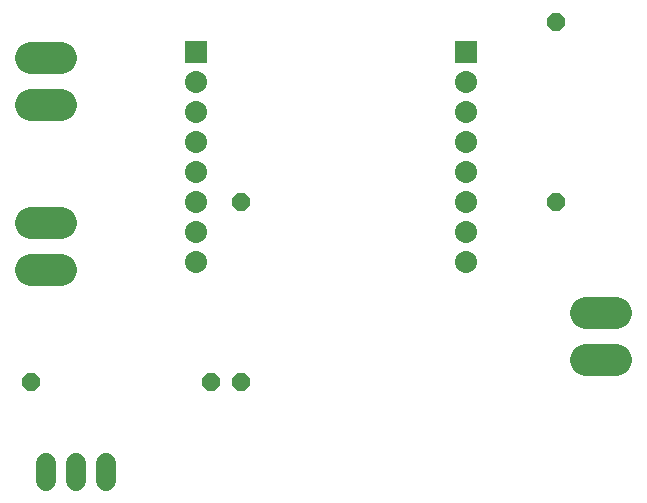
<source format=gbr>
G04 EAGLE Gerber RS-274X export*
G75*
%MOMM*%
%FSLAX34Y34*%
%LPD*%
%INSoldermask Bottom*%
%IPPOS*%
%AMOC8*
5,1,8,0,0,1.08239X$1,22.5*%
G01*
%ADD10C,1.868200*%
%ADD11R,1.868200X1.868200*%
%ADD12C,2.717800*%
%ADD13C,1.727200*%
%ADD14P,1.649562X8X112.500000*%
%ADD15P,1.649562X8X202.500000*%
%ADD16P,1.649562X8X292.500000*%


D10*
X139700Y749300D03*
X139700Y774700D03*
X139700Y800100D03*
X139700Y825500D03*
X139700Y850900D03*
X139700Y876300D03*
X139700Y901700D03*
D11*
X139700Y927100D03*
X368300Y927100D03*
D10*
X368300Y901700D03*
X368300Y876300D03*
X368300Y850900D03*
X368300Y825500D03*
X368300Y800100D03*
X368300Y774700D03*
X368300Y749300D03*
D12*
X25273Y881888D02*
X127Y881888D01*
X127Y921512D02*
X25273Y921512D01*
X470027Y705612D02*
X495173Y705612D01*
X495173Y665988D02*
X470027Y665988D01*
D13*
X12700Y579120D02*
X12700Y563880D01*
X38100Y563880D02*
X38100Y579120D01*
X63500Y579120D02*
X63500Y563880D01*
D12*
X25273Y781812D02*
X127Y781812D01*
X127Y742188D02*
X25273Y742188D01*
D14*
X444500Y800100D03*
X444500Y952500D03*
D15*
X152400Y647700D03*
X0Y647700D03*
D16*
X177800Y800100D03*
X177800Y647700D03*
M02*

</source>
